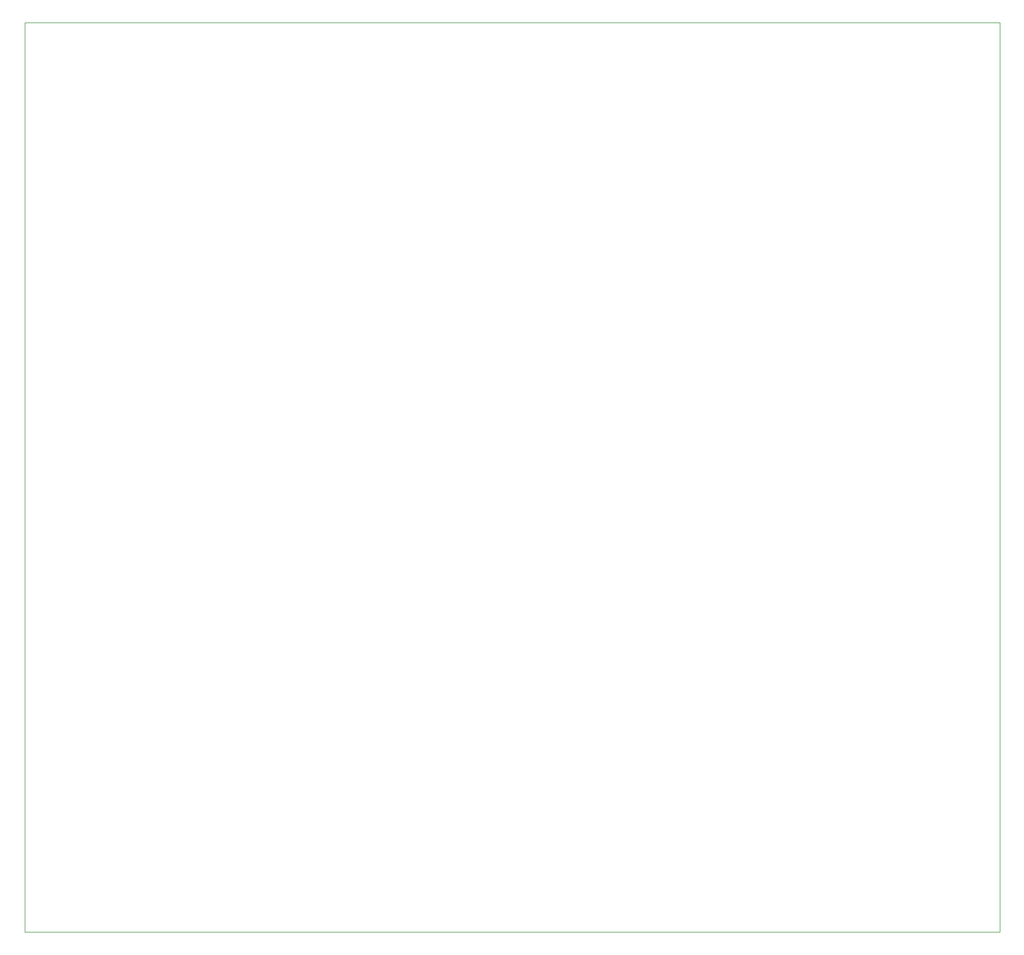
<source format=gbr>
G04 #@! TF.GenerationSoftware,KiCad,Pcbnew,(6.0.2)*
G04 #@! TF.CreationDate,2022-02-23T22:00:32+01:00*
G04 #@! TF.ProjectId,garagen_pcb,67617261-6765-46e5-9f70-63622e6b6963,rev?*
G04 #@! TF.SameCoordinates,Original*
G04 #@! TF.FileFunction,Profile,NP*
%FSLAX46Y46*%
G04 Gerber Fmt 4.6, Leading zero omitted, Abs format (unit mm)*
G04 Created by KiCad (PCBNEW (6.0.2)) date 2022-02-23 22:00:32*
%MOMM*%
%LPD*%
G01*
G04 APERTURE LIST*
G04 #@! TA.AperFunction,Profile*
%ADD10C,0.100000*%
G04 #@! TD*
G04 APERTURE END LIST*
D10*
X180111400Y-158318200D02*
X180111400Y-18318200D01*
X180111400Y-18318200D02*
X30111400Y-18318200D01*
X30111400Y-18318200D02*
X30111400Y-158318200D01*
X30111400Y-158318200D02*
X180111400Y-158318200D01*
M02*

</source>
